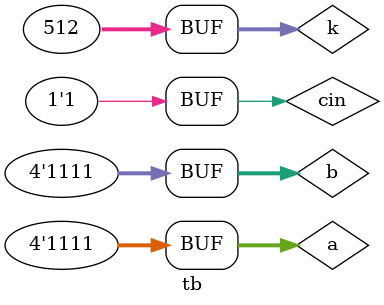
<source format=v>
`include"design.v"

module tb;
reg [3:0]a;
reg [3:0]b;
reg cin;
wire [3:0]sum;
wire carry;
integer k;

adder dut(a,b,cin,sum,carry);

	initial begin 
	$monitor("a = %d, b = %d, cin = %d sum = %d, carry = %d", a,b,cin,sum,carry);

		for(k=0; k<2**9 ; k= k+1)
		begin

			{a,b,cin} = k ; #2;
		end
	end
endmodule

</source>
